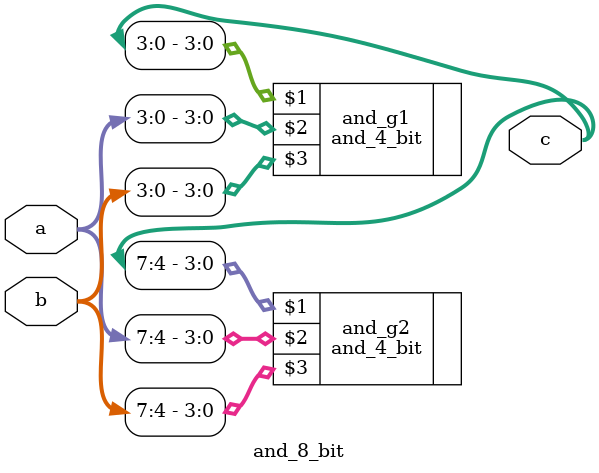
<source format=v>
module and_8_bit(c, a, b);

    input [7:0] a, b;
    output [7:0] c;

    and_4_bit and_g1(c[3:0], a[3:0], b[3:0]);
    and_4_bit and_g2(c[7:4], a[7:4], b[7:4]);

endmodule
</source>
